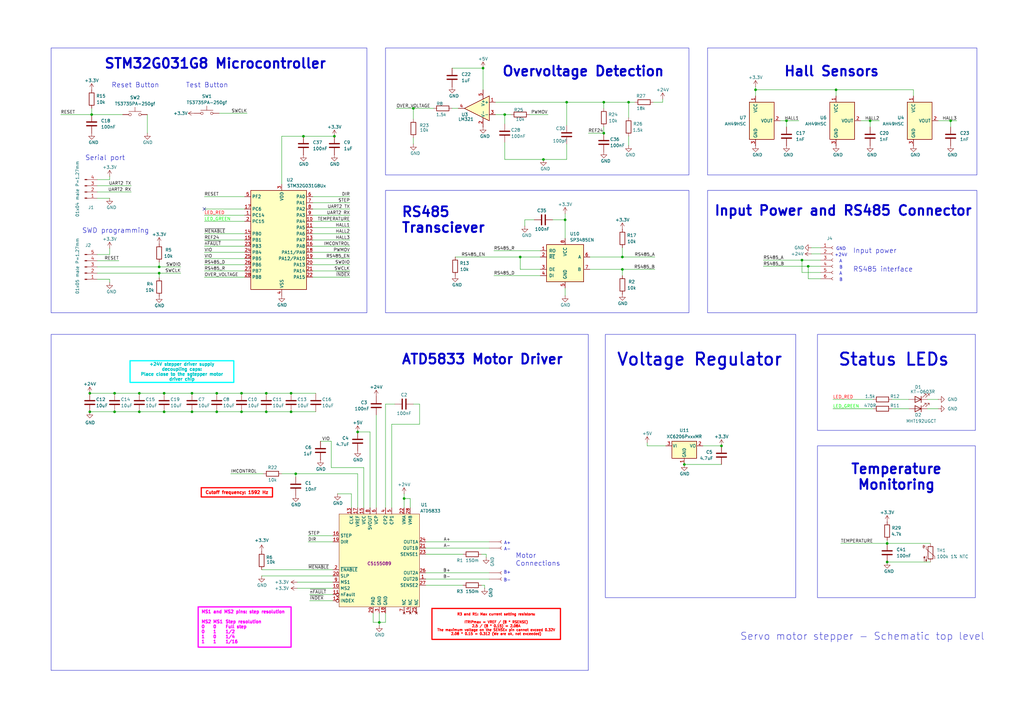
<source format=kicad_sch>
(kicad_sch (version 20231120) (generator "eeschema") (generator_version "8.0")
  (paper "A3")
  (title_block (title "Servo motor stepper M3 - Schematic top level") (date "2024-10-15") (rev "V11RC2"))
  (junction (at 165.735 204.47))
  (junction (at 57.15 161.29))
  (junction (at 37.592 46.99))
  (junction (at 119.38 168.91))
  (junction (at 46.99 161.29))
  (junction (at 389.89 49.53))
  (junction (at 213.36 105.41))
  (junction (at 65.278 112.014))
  (junction (at 169.545 44.45))
  (junction (at 124.46 55.88))
  (junction (at 65.278 109.474))
  (junction (at 67.31 161.29))
  (junction (at 247.65 41.91))
  (junction (at 255.27 110.49))
  (junction (at 46.99 168.91))
  (junction (at 67.31 168.91))
  (junction (at 232.41 41.91))
  (junction (at 137.16 55.88))
  (junction (at 198.12 27.94))
  (junction (at 363.855 230.505))
  (junction (at 99.06 168.91))
  (junction (at 295.91 182.88))
  (junction (at 109.22 161.29))
  (junction (at 119.38 161.29))
  (junction (at 78.74 161.29))
  (junction (at 36.83 168.91))
  (junction (at 99.06 161.29))
  (junction (at 121.285 194.31))
  (junction (at 309.88 36.83))
  (junction (at 322.58 49.53))
  (junction (at 222.885 65.405))
  (junction (at 57.15 168.91))
  (junction (at 257.81 41.91))
  (junction (at 363.855 222.885))
  (junction (at 342.9 36.83))
  (junction (at 247.65 54.61))
  (junction (at 231.775 90.17))
  (junction (at 155.575 255.27))
  (junction (at 331.47 109.22))
  (junction (at 255.27 105.41))
  (junction (at 36.83 161.29))
  (junction (at 146.685 177.165))
  (junction (at 88.9 168.91))
  (junction (at 109.22 168.91))
  (junction (at 88.9 161.29))
  (junction (at 78.74 168.91))
  (junction (at 328.93 106.68))
  (junction (at 356.87 49.53))
  (junction (at 207.01 46.99))
  (junction (at 280.67 190.5))
  (no_connect (at 83.82 85.725))
  (wire (pts (xy 172.085 165.735) (xy 169.545 165.735)))
  (wire (pts (xy 320.04 49.53) (xy 322.58 49.53)))
  (wire (pts (xy 271.78 41.91) (xy 267.97 41.91)))
  (wire (pts (xy 99.06 161.29) (xy 109.22 161.29)))
  (wire (pts (xy 186.69 105.41) (xy 213.36 105.41)))
  (wire (pts (xy 162.56 44.45) (xy 169.545 44.45)))
  (wire (pts (xy 380.365 163.83) (xy 384.81 163.83)))
  (wire (pts (xy 39.878 109.474) (xy 65.278 109.474)))
  (wire (pts (xy 332.74 104.14) (xy 336.55 104.14)))
  (wire (pts (xy 143.51 98.425) (xy 128.27 98.425)))
  (wire (pts (xy 143.51 106.045) (xy 128.27 106.045)))
  (wire (pts (xy 356.87 49.53) (xy 360.68 49.53)))
  (wire (pts (xy 143.51 90.805) (xy 128.27 90.805)))
  (wire (pts (xy 197.485 240.03) (xy 198.755 240.03)))
  (wire (pts (xy 83.82 108.585) (xy 100.33 108.585)))
  (wire (pts (xy 215.265 90.17) (xy 215.265 92.71)))
  (wire (pts (xy 165.735 204.47) (xy 165.735 208.28)))
  (wire (pts (xy 57.15 161.29) (xy 67.31 161.29)))
  (wire (pts (xy 37.592 46.99) (xy 50.292 46.99)))
  (wire (pts (xy 222.885 65.405) (xy 232.41 65.405)))
  (wire (pts (xy 143.51 80.645) (xy 128.27 80.645)))
  (wire (pts (xy 169.545 44.45) (xy 169.545 48.895)))
  (wire (pts (xy 143.51 103.505) (xy 128.27 103.505)))
  (wire (pts (xy 332.74 101.6) (xy 336.55 101.6)))
  (wire (pts (xy 39.878 78.74) (xy 53.848 78.74)))
  (wire (pts (xy 255.27 101.6) (xy 255.27 105.41)))
  (wire (pts (xy 255.27 105.41) (xy 268.605 105.41)))
  (wire (pts (xy 78.74 168.91) (xy 88.9 168.91)))
  (wire (pts (xy 169.545 44.45) (xy 177.8 44.45)))
  (wire (pts (xy 255.27 110.49) (xy 255.27 113.03)))
  (wire (pts (xy 144.145 208.28) (xy 144.145 202.565)))
  (wire (pts (xy 128.27 85.725) (xy 143.51 85.725)))
  (wire (pts (xy 39.878 104.394) (xy 44.958 104.394)))
  (wire (pts (xy 128.27 88.265) (xy 143.51 88.265)))
  (wire (pts (xy 143.51 95.885) (xy 128.27 95.885)))
  (wire (pts (xy 83.82 103.505) (xy 100.33 103.505)))
  (wire (pts (xy 374.65 39.37) (xy 374.65 36.83)))
  (wire (pts (xy 222.885 65.405) (xy 207.01 65.405)))
  (wire (pts (xy 174.625 240.03) (xy 189.865 240.03)))
  (wire (pts (xy 241.935 110.49) (xy 255.27 110.49)))
  (wire (pts (xy 389.89 49.53) (xy 389.89 52.07)))
  (wire (pts (xy 143.51 83.185) (xy 128.27 83.185)))
  (wire (pts (xy 109.22 168.91) (xy 119.38 168.91)))
  (wire (pts (xy 143.51 100.965) (xy 128.27 100.965)))
  (wire (pts (xy 353.06 49.53) (xy 356.87 49.53)))
  (wire (pts (xy 365.76 163.83) (xy 372.745 163.83)))
  (wire (pts (xy 57.15 168.91) (xy 67.31 168.91)))
  (wire (pts (xy 207.01 46.99) (xy 207.01 50.8)))
  (wire (pts (xy 158.115 165.735) (xy 158.115 208.28)))
  (wire (pts (xy 174.625 237.49) (xy 200.66 237.49)))
  (wire (pts (xy 126.365 219.71) (xy 136.525 219.71)))
  (wire (pts (xy 257.81 55.88) (xy 257.81 59.69)))
  (wire (pts (xy 213.36 105.41) (xy 221.615 105.41)))
  (wire (pts (xy 127 243.84) (xy 136.525 243.84)))
  (wire (pts (xy 363.855 222.885) (xy 381.635 222.885)))
  (wire (pts (xy 257.81 41.91) (xy 257.81 48.26)))
  (wire (pts (xy 380.365 167.64) (xy 384.81 167.64)))
  (wire (pts (xy 165.735 202.565) (xy 165.735 204.47)))
  (wire (pts (xy 161.925 165.735) (xy 158.115 165.735)))
  (wire (pts (xy 331.47 109.22) (xy 331.47 114.3)))
  (wire (pts (xy 313.055 109.22) (xy 331.47 109.22)))
  (wire (pts (xy 313.055 106.68) (xy 328.93 106.68)))
  (wire (pts (xy 202.565 102.87) (xy 221.615 102.87)))
  (wire (pts (xy 149.225 208.28) (xy 149.225 191.77)))
  (wire (pts (xy 121.92 241.3) (xy 136.525 241.3)))
  (wire (pts (xy 328.93 111.76) (xy 336.55 111.76)))
  (wire (pts (xy 207.01 58.42) (xy 207.01 65.405)))
  (wire (pts (xy 121.285 194.31) (xy 121.285 195.58)))
  (wire (pts (xy 231.775 90.17) (xy 231.775 97.79)))
  (wire (pts (xy 168.275 204.47) (xy 165.735 204.47)))
  (wire (pts (xy 126.365 222.25) (xy 136.525 222.25)))
  (wire (pts (xy 160.655 173.99) (xy 172.085 173.99)))
  (wire (pts (xy 154.305 170.18) (xy 154.305 208.28)))
  (wire (pts (xy 174.625 224.79) (xy 200.66 224.79)))
  (wire (pts (xy 39.878 73.66) (xy 44.958 73.66)))
  (wire (pts (xy 115.57 194.31) (xy 121.285 194.31)))
  (wire (pts (xy 143.51 108.585) (xy 128.27 108.585)))
  (wire (pts (xy 363.855 230.505) (xy 381.635 230.505)))
  (wire (pts (xy 39.878 81.28) (xy 44.958 81.28)))
  (wire (pts (xy 36.83 161.29) (xy 46.99 161.29)))
  (wire (pts (xy 328.93 106.68) (xy 328.93 111.76)))
  (wire (pts (xy 265.43 181.61) (xy 265.43 182.88)))
  (wire (pts (xy 199.39 227.33) (xy 199.39 228.6)))
  (wire (pts (xy 213.36 110.49) (xy 221.615 110.49)))
  (wire (pts (xy 83.82 100.965) (xy 100.33 100.965)))
  (wire (pts (xy 231.775 87.63) (xy 231.775 90.17)))
  (wire (pts (xy 143.51 93.345) (xy 128.27 93.345)))
  (wire (pts (xy 144.145 202.565) (xy 138.43 202.565)))
  (wire (pts (xy 65.278 107.569) (xy 65.278 109.474)))
  (wire (pts (xy 198.755 240.03) (xy 198.755 241.3)))
  (wire (pts (xy 203.2 41.91) (xy 232.41 41.91)))
  (wire (pts (xy 37.592 44.45) (xy 37.592 46.99)))
  (wire (pts (xy 389.89 49.53) (xy 392.43 49.53)))
  (wire (pts (xy 174.625 222.25) (xy 200.66 222.25)))
  (wire (pts (xy 265.43 182.88) (xy 273.05 182.88)))
  (wire (pts (xy 363.855 221.615) (xy 363.855 222.885)))
  (wire (pts (xy 232.41 51.435) (xy 232.41 41.91)))
  (wire (pts (xy 169.545 56.515) (xy 169.545 59.055)))
  (wire (pts (xy 44.958 114.554) (xy 44.958 115.824)))
  (wire (pts (xy 83.82 106.045) (xy 100.33 106.045)))
  (wire (pts (xy 65.278 112.014) (xy 74.168 112.014)))
  (wire (pts (xy 257.81 41.91) (xy 260.35 41.91)))
  (wire (pts (xy 226.695 90.17) (xy 231.775 90.17)))
  (wire (pts (xy 217.17 46.99) (xy 224.79 46.99)))
  (wire (pts (xy 168.275 208.28) (xy 168.275 204.47)))
  (wire (pts (xy 158.115 251.46) (xy 158.115 255.27)))
  (wire (pts (xy 88.9 161.29) (xy 99.06 161.29)))
  (wire (pts (xy 39.878 106.934) (xy 48.768 106.934)))
  (wire (pts (xy 203.2 46.99) (xy 207.01 46.99)))
  (wire (pts (xy 231.775 121.285) (xy 231.775 118.11)))
  (wire (pts (xy 83.82 90.805) (xy 100.33 90.805)))
  (wire (pts (xy 128.27 113.665) (xy 143.51 113.665)))
  (wire (pts (xy 155.575 251.46) (xy 155.575 255.27)))
  (wire (pts (xy 328.93 106.68) (xy 336.55 106.68)))
  (wire (pts (xy 322.58 49.53) (xy 322.58 52.07)))
  (wire (pts (xy 174.625 227.33) (xy 189.865 227.33)))
  (wire (pts (xy 60.452 46.99) (xy 60.452 54.61)))
  (wire (pts (xy 83.82 95.885) (xy 100.33 95.885)))
  (wire (pts (xy 39.878 112.014) (xy 65.278 112.014)))
  (wire (pts (xy 153.035 255.27) (xy 155.575 255.27)))
  (wire (pts (xy 94.615 194.31) (xy 107.95 194.31)))
  (wire (pts (xy 83.82 113.665) (xy 100.33 113.665)))
  (wire (pts (xy 127 246.38) (xy 136.525 246.38)))
  (wire (pts (xy 174.625 234.95) (xy 200.66 234.95)))
  (wire (pts (xy 219.075 90.17) (xy 215.265 90.17)))
  (wire (pts (xy 24.892 46.99) (xy 37.592 46.99)))
  (wire (pts (xy 99.06 168.91) (xy 109.22 168.91)))
  (wire (pts (xy 344.805 222.885) (xy 363.855 222.885)))
  (wire (pts (xy 155.575 255.27) (xy 155.575 256.54)))
  (wire (pts (xy 78.74 161.29) (xy 88.9 161.29)))
  (wire (pts (xy 232.41 65.405) (xy 232.41 59.055)))
  (wire (pts (xy 83.82 98.425) (xy 100.33 98.425)))
  (wire (pts (xy 65.278 113.919) (xy 65.278 112.014)))
  (wire (pts (xy 88.9 168.91) (xy 99.06 168.91)))
  (wire (pts (xy 342.9 39.37) (xy 342.9 36.83)))
  (wire (pts (xy 207.01 46.99) (xy 209.55 46.99)))
  (wire (pts (xy 374.65 36.83) (xy 342.9 36.83)))
  (wire (pts (xy 331.47 114.3) (xy 336.55 114.3)))
  (wire (pts (xy 44.958 104.394) (xy 44.958 101.854)))
  (wire (pts (xy 255.27 110.49) (xy 268.605 110.49)))
  (wire (pts (xy 115.57 75.565) (xy 115.57 55.88)))
  (wire (pts (xy 119.38 161.29) (xy 129.54 161.29)))
  (wire (pts (xy 213.36 105.41) (xy 213.36 110.49)))
  (wire (pts (xy 322.58 49.53) (xy 327.66 49.53)))
  (wire (pts (xy 39.878 76.2) (xy 53.848 76.2)))
  (wire (pts (xy 172.085 173.99) (xy 172.085 165.735)))
  (wire (pts (xy 65.278 109.474) (xy 74.168 109.474)))
  (wire (pts (xy 151.765 177.165) (xy 151.765 208.28)))
  (wire (pts (xy 185.42 44.45) (xy 187.96 44.45)))
  (wire (pts (xy 185.42 27.94) (xy 198.12 27.94)))
  (wire (pts (xy 107.315 236.22) (xy 136.525 236.22)))
  (wire (pts (xy 83.82 88.265) (xy 100.33 88.265)))
  (wire (pts (xy 158.115 255.27) (xy 155.575 255.27)))
  (wire (pts (xy 124.46 55.88) (xy 137.16 55.88)))
  (wire (pts (xy 107.315 233.68) (xy 136.525 233.68)))
  (wire (pts (xy 67.31 168.91) (xy 78.74 168.91)))
  (wire (pts (xy 89.916 46.482) (xy 101.346 46.482)))
  (wire (pts (xy 160.655 208.28) (xy 160.655 173.99)))
  (wire (pts (xy 46.99 168.91) (xy 57.15 168.91)))
  (wire (pts (xy 309.88 35.56) (xy 309.88 36.83)))
  (wire (pts (xy 271.78 40.64) (xy 271.78 41.91)))
  (wire (pts (xy 36.83 168.91) (xy 46.99 168.91)))
  (wire (pts (xy 39.878 114.554) (xy 44.958 114.554)))
  (wire (pts (xy 331.47 109.22) (xy 336.55 109.22)))
  (wire (pts (xy 135.89 191.77) (xy 149.225 191.77)))
  (wire (pts (xy 341.63 167.64) (xy 358.14 167.64)))
  (wire (pts (xy 44.958 73.66) (xy 44.958 72.39)))
  (wire (pts (xy 247.65 41.91) (xy 257.81 41.91)))
  (wire (pts (xy 241.935 105.41) (xy 255.27 105.41)))
  (wire (pts (xy 121.285 194.31) (xy 146.685 194.31)))
  (wire (pts (xy 288.29 182.88) (xy 295.91 182.88)))
  (wire (pts (xy 146.685 177.165) (xy 151.765 177.165)))
  (wire (pts (xy 146.685 208.28) (xy 146.685 194.31)))
  (wire (pts (xy 83.82 85.725) (xy 100.33 85.725)))
  (wire (pts (xy 109.22 161.29) (xy 119.38 161.29)))
  (wire (pts (xy 247.65 41.91) (xy 247.65 44.45)))
  (wire (pts (xy 197.485 227.33) (xy 199.39 227.33)))
  (wire (pts (xy 119.38 168.91) (xy 129.54 168.91)))
  (wire (pts (xy 198.12 27.94) (xy 198.12 36.83)))
  (wire (pts (xy 131.445 180.975) (xy 135.89 180.975)))
  (wire (pts (xy 247.65 52.07) (xy 247.65 54.61)))
  (wire (pts (xy 342.9 36.83) (xy 309.88 36.83)))
  (wire (pts (xy 309.88 36.83) (xy 309.88 39.37)))
  (wire (pts (xy 384.81 49.53) (xy 389.89 49.53)))
  (wire (pts (xy 83.82 111.125) (xy 100.33 111.125)))
  (wire (pts (xy 356.87 49.53) (xy 356.87 52.07)))
  (wire (pts (xy 280.67 190.5) (xy 295.91 190.5)))
  (wire (pts (xy 241.3 54.61) (xy 247.65 54.61)))
  (wire (pts (xy 365.76 167.64) (xy 372.745 167.64)))
  (wire (pts (xy 83.82 80.645) (xy 100.33 80.645)))
  (wire (pts (xy 115.57 55.88) (xy 124.46 55.88)))
  (wire (pts (xy 136.525 238.76) (xy 121.92 238.76)))
  (wire (pts (xy 46.99 161.29) (xy 57.15 161.29)))
  (wire (pts (xy 153.035 251.46) (xy 153.035 255.27)))
  (wire (pts (xy 341.63 163.83) (xy 358.14 163.83)))
  (wire (pts (xy 232.41 41.91) (xy 247.65 41.91)))
  (wire (pts (xy 202.565 113.03) (xy 221.615 113.03)))
  (wire (pts (xy 135.89 191.77) (xy 135.89 180.975)))
  (wire (pts (xy 67.31 161.29) (xy 78.74 161.29)))
  (wire (pts (xy 143.51 111.125) (xy 128.27 111.125)))
  (rectangle (start 248.285 137.16) (end 326.39 245.11))
  (rectangle (start 335.28 137.16) (end 400.05 176.53))
  (rectangle (start 20.955 137.16) (end 241.3 274.955))
  (rectangle (start 158.115 19.685) (end 282.575 71.755))
  (rectangle (start 290.195 19.685) (end 400.685 71.755))
  (rectangle (start 20.955 19.685) (end 150.495 128.27))
  (rectangle (start 158.115 78.105) (end 282.575 128.27))
  (rectangle (start 335.28 182.88) (end 400.05 245.11))
  (rectangle (start 290.195 78.105) (end 400.685 128.27))
  (text_box "Cutoff frequency: 1592 Hz\n" (at 82.55 200.025 0) (size 29.21 3.81) (stroke (width 0.5) (color 255 0 0 1)) (effects (font (size 1.27 1.27) (thickness 0.4) (bold yes))))
  (text_box "+24V stepper driver supply \ndecoupling caps:\nPlace close to the sgtepper motor driver chip" (at 53.34 147.955 0) (size 42.545 8.89) (stroke (width 0.5) (color 0 255 255 1)) (effects (font (size 1.27 1.27) (thickness 0.4) (bold yes))))
  (text_box "MS1 and MS2 pins: step resolution\n\nMS2	MS1	Step resolution\n0	0	Full step\n0	1	1/2\n1	0	1/4\n1	1	1/16\n" (at 81.28 248.92 0) (size 38.1 16.51) (stroke (width 0.5) (color 255 0 255 1)) (effects (font (size 1.27 1.27) (thickness 0.4) (bold yes)) (justify left top)))
  (text_box "${94df9340-9001-4abf-849e-0a57a0ae12d6:REFERENCE} and ${c2765680-53cb-47ff-a513-50fbdfe64cd0:REFERENCE}: Max current setting resistors:\n\nITRIPmax = VREF / (8 * RSENSE)\n2.5 / (8 * 0.15) = 2.08A\nThe maximum voltage on the SENSEx pin cannot exceed 0.32V\n2.08 * 0.15 = 0.312 (We are ok, not exceeded)" (at 177.165 249.555 0) (size 52.705 12.7) (stroke (width 0.5) (color 255 0 0 1)) (effects (font (size 1 1) (thickness 0.4) (bold yes))))
  (text "Reset Button" (at 45.72 36.195 0) (effects (font (size 2 2)) (justify left bottom)))
  (text "Test Button" (at 76.2 36.195 0) (effects (font (size 2 2)) (justify left bottom)))
  (text "B" (at 344.17 115.57 0) (effects (font (size 1.27 1.27)) (justify left bottom)))
  (text "+24V" (at 342.265 105.41 0) (effects (font (size 1.27 1.27)) (justify left bottom)))
  (text "SWD programming" (at 33.655 95.885 0) (effects (font (size 2 2)) (justify left bottom)))
  (text "Serial port" (at 34.925 66.04 0) (effects (font (size 2 2)) (justify left bottom)))
  (text "GND" (at 342.9 102.87 0) (effects (font (size 1.27 1.27)) (justify left bottom)))
  (text "RS485\nTransciever" (at 164.465 95.885 0) (effects (font (size 4 4) (thickness 0.8) (bold yes)) (justify left bottom)))
  (text "Input power" (at 349.885 104.14 0) (effects (font (size 2 2)) (justify left bottom)))
  (text "B" (at 344.17 110.49 0) (effects (font (size 1.27 1.27)) (justify left bottom)))
  (text "A+" (at 209.55 223.52 0) (effects (font (size 1.27 1.27)) (justify right bottom)))
  (text "Status LEDs" (at 343.535 150.495 0) (effects (font (size 5 5) (thickness 0.8) (bold yes)) (justify left bottom)))
  (text "Overvoltage Detection" (at 205.74 31.75 0) (effects (font (size 4 4) (thickness 0.8) (bold yes)) (justify left bottom)))
  (text "Voltage Regulator" (at 252.73 150.495 0) (effects (font (size 5 5) (thickness 0.8) (bold yes)) (justify left bottom)))
  (text "A" (at 344.17 107.95 0) (effects (font (size 1.27 1.27)) (justify left bottom)))
  (text "Input Power and RS485 Connector" (at 292.735 88.9 0) (effects (font (size 4 4) (thickness 0.8) (bold yes)) (justify left bottom)))
  (text "A" (at 344.17 113.03 0) (effects (font (size 1.27 1.27)) (justify left bottom)))
  (text "RS485 interface" (at 349.885 111.76 0) (effects (font (size 2 2)) (justify left bottom)))
  (text "Temperature\nMonitoring" (at 367.665 201.295 0) (effects (font (size 4 4) (thickness 0.8) (bold yes)) (justify bottom)))
  (text "B+" (at 209.55 235.585 0) (effects (font (size 1.27 1.27)) (justify right bottom)))
  (text "Servo motor stepper - Schematic top level" (at 303.53 262.89 0) (effects (font (size 3 3)) (justify left bottom)))
  (text "STM32G031G8 Microcontroller" (at 42.545 28.575 0) (effects (font (size 4 4) (thickness 0.8) (bold yes)) (justify left bottom)))
  (text "A-" (at 209.55 226.06 0) (effects (font (size 1.27 1.27)) (justify right bottom)))
  (text "B-" (at 209.55 238.76 0) (effects (font (size 1.27 1.27)) (justify right bottom)))
  (text "ATD5833 Motor Driver" (at 164.465 149.86 0) (effects (font (size 4 4) (thickness 0.8) (bold yes)) (justify left bottom)))
  (text "Hall Sensors" (at 321.31 31.75 0) (effects (font (size 4 4) (thickness 0.8) (bold yes)) (justify left bottom)))
  (text "Motor\nConnections" (at 211.455 232.41 0) (effects (font (size 2 2)) (justify left bottom)))
  (label "DIR" (at 126.365 222.25 0))
  (label "RESET" (at 48.768 106.934 180))
  (label "A+" (at 184.785 222.25 180))
  (label "RS485_EN" (at 143.51 106.045 180))
  (label "~{INDEX}" (at 127 246.38 0))
  (label "~{MENABLE}" (at 83.82 95.885 0))
  (label "SWCLK" (at 74.168 112.014 180))
  (label "OVER_VOLTAGE" (at 83.82 113.665 0))
  (label "HALL2" (at 360.68 49.53 180))
  (label "B+" (at 184.785 234.95 180))
  (label "REF24" (at 241.3 54.61 0))
  (label "RS485_R" (at 202.565 102.87 0))
  (label "RS485_EN" (at 189.23 105.41 0))
  (label "DIR" (at 143.51 80.645 180))
  (label "VIO" (at 83.82 106.045 0))
  (label "B-" (at 184.785 237.49 180))
  (label "LED_GREEN" (at 83.82 90.805 0))
  (label "~{MENABLE}" (at 126.365 233.68 0))
  (label "RS485_B" (at 313.055 109.22 0))
  (label "VIO" (at 83.82 103.505 0))
  (label "SWCLK" (at 143.51 111.125 180))
  (label "STEP" (at 126.365 219.71 0))
  (label "RS485_A" (at 313.055 106.68 0))
  (label "PWMOV" (at 217.805 46.99 0))
  (label "UART2 RX" (at 53.848 78.74 180))
  (label "RESET" (at 24.892 46.99 0))
  (label "PWMOV" (at 143.51 103.505 180))
  (label "RS485_A" (at 268.605 105.41 180))
  (label "HALL2" (at 143.51 95.885 180))
  (label "~{INDEX}" (at 137.795 113.665 0))
  (label "LED_RED" (at 83.82 88.265 0))
  (label "RESET" (at 83.82 80.645 0))
  (label "OVER_VOLTAGE" (at 162.56 44.45 0))
  (label "RS485_D" (at 202.565 113.03 0))
  (label "HALL3" (at 143.51 98.425 180))
  (label "LED_RED" (at 341.63 163.83 0))
  (label "LED_GREEN" (at 341.63 167.64 0))
  (label "SWCLK" (at 101.346 46.482 180))
  (label "REF24" (at 83.82 98.425 0))
  (label "IMCONTROL" (at 143.51 100.965 180))
  (label "RS485_R" (at 83.82 111.125 0))
  (label "UART2 TX" (at 143.51 85.725 180))
  (label "~{nFAULT}" (at 83.82 100.965 0))
  (label "SWDIO" (at 74.168 109.474 180))
  (label "UART2 TX" (at 53.848 76.2 180))
  (label "HALL1" (at 143.51 93.345 180))
  (label "TEMPERATURE" (at 344.805 222.885 0))
  (label "RS485_B" (at 268.605 110.49 180))
  (label "HALL3" (at 392.43 49.53 180))
  (label "UART2 RX" (at 143.51 88.265 180))
  (label "VIO" (at 132.08 180.975 0))
  (label "TEMPERATURE" (at 143.51 90.805 180))
  (label "~{nFAULT}" (at 127 243.84 0))
  (label "IMCONTROL" (at 94.615 194.31 0))
  (label "SWDIO" (at 143.51 108.585 180))
  (label "HALL1" (at 327.66 49.53 180))
  (label "STEP" (at 143.51 83.185 180))
  (label "A-" (at 184.785 224.79 180))
  (label "RS485_D" (at 83.82 108.585 0))
  (symbol (lib_id "power:GND") (at 107.315 236.22 0) (unit 1)
    (property "Reference" "#PWR016" (effects (hide yes)))
    (property "Value" "GND" (at 105.41 240.03 0) (effects (justify left)))
  )
  (symbol (lib_id "power:GND") (at 363.855 230.505 0) (unit 1)
    (property "Reference" "#PWR071" (effects (hide yes)))
    (property "Value" "GND" (at 362.585 234.315 0) (effects (justify left)))
  )
  (symbol (lib_id "power:+3.3V") (at 309.88 35.56 0) (unit 1)
    (property "Reference" "#PWR028" (effects (hide yes)))
    (property "Value" "+3.3V" (at 309.88 31.75 0))
  )
  (symbol (lib_id "power:+3.3V") (at 231.775 87.63 0) (unit 1)
    (property "Reference" "#PWR033" (effects (hide yes)))
    (property "Value" "+3.3V" (at 231.775 83.82 0))
  )
  (symbol (lib_id "power:GND") (at 356.87 59.69 0) (unit 1)
    (property "Reference" "#PWR0105" (effects (hide yes)))
    (property "Value" "GND" (at 355.6 63.5 0) (effects (justify left)))
  )
  (symbol (lib_id "Device:C") (at 37.592 50.8 0) (unit 1)
    (property "Reference" "C18" (at 41.402 49.5299 0) (effects (justify left)))
    (property "Value" "100nF" (at 41.402 52.0699 0) (effects (justify left)))
    (property "Footprint" "Capacitor_SMD:C_0402_1005Metric" (effects (hide yes)))
    (property "LCSC" "C307331" (effects (hide yes)))
  )
  (symbol (lib_id "Device:LED") (at 376.555 163.83 180) (unit 1)
    (property "Reference" "D1" (at 376.555 158.75 0))
    (property "Value" "KT-0603R" (at 378.46 160.655 0))
    (property "Footprint" "LED_SMD:LED_0603_1608Metric" (effects (hide yes)))
    (property "Description" "Light emitting diode" (effects (hide yes)))
    (property "LCSC" "C2286" (effects (hide yes)))
  )
  (symbol (lib_id "power:+3.3V") (at 137.16 55.88 0) (unit 1)
    (property "Reference" "#PWR07" (effects (hide yes)))
    (property "Value" "+3.3V" (at 137.16 52.07 0))
  )
  (symbol (lib_id "power:+3.3V") (at 295.91 182.88 0) (unit 1)
    (property "Reference" "#PWR060" (effects (hide yes)))
    (property "Value" "+3.3V" (at 295.91 179.07 0))
  )
  (symbol (lib_id "Sensor_Magnetic:A1101ELHL") (at 312.42 49.53 0) (unit 1) (exclude_from_sim yes)
    (property "Reference" "U7" (at 306.07 48.2599 0) (effects (justify right)))
    (property "Value" "AH49HSC" (at 306.07 50.7999 0) (effects (justify right)))
    (property "Footprint" "Package_TO_SOT_SMD:SOT-23" (effects (hide yes)))
    (property "LCSC" "C510723" (effects (hide yes)))
  )
  (symbol (lib_id "Device:C") (at 99.06 165.1 0) (unit 1)
    (property "Reference" "C10" (at 101.6 163.83 0) (effects (justify left)))
    (property "Value" "10uF" (at 101.6 166.37 0) (effects (justify left)))
    (property "Footprint" "Capacitor_SMD:C_0603_1608Metric" (effects (hide yes)))
    (property "LCSC" "C194427" (effects (hide yes)))
  )
  (symbol (lib_id "Amplifier_Operational:LM321") (at 195.58 44.45 0) (mirror y) (unit 1) (exclude_from_sim yes)
    (property "Reference" "U3" (at 189.23 46.99 0) (effects (justify right)))
    (property "Value" "LM321" (at 187.96 48.895 0) (effects (justify right)))
    (property "Footprint" "Package_TO_SOT_SMD:SOT-23-5" (effects (hide yes)))
    (property "Datasheet" "https://www.lcsc.com/datasheet/lcsc_datasheet_2401051805_HANSCHIP-semiconductor-LM321MF_C19723728.pdf" (effects (hide yes)))
    (property "LCSC" "C19723728" (effects (hide yes)))
  )
  (symbol (lib_id "power:GND") (at 322.58 59.69 0) (unit 1)
    (property "Reference" "#PWR0110" (effects (hide yes)))
    (property "Value" "GND" (at 321.31 63.5 0) (effects (justify left)))
  )
  (symbol (lib_id "power:GND") (at 309.88 59.69 0) (unit 1)
    (property "Reference" "#PWR0108" (effects (hide yes)))
    (property "Value" "GND" (at 308.61 63.5 0) (effects (justify left)))
  )
  (symbol (lib_id "power:GND") (at 384.81 163.83 90) (unit 1)
    (property "Reference" "#PWR030" (effects (hide yes)))
    (property "Value" "GND" (at 388.62 163.8299 90) (effects (justify right)))
  )
  (symbol (lib_id "Device:R") (at 111.76 194.31 90) (unit 1)
    (property "Reference" "R22" (at 111.76 191.77 90))
    (property "Value" "10k" (at 111.76 196.85 90))
    (property "Footprint" "Resistor_SMD:R_0402_1005Metric" (effects (hide yes)))
    (property "LCSC" "C25744" (effects (hide yes)))
  )
  (symbol (lib_id "Sensor_Magnetic:A1101ELHL") (at 377.19 49.53 0) (unit 1) (exclude_from_sim yes)
    (property "Reference" "U4" (at 370.84 48.2599 0) (effects (justify right)))
    (property "Value" "AH49HSC" (at 370.84 50.7999 0) (effects (justify right)))
    (property "Footprint" "Package_TO_SOT_SMD:SOT-23" (effects (hide yes)))
    (property "LCSC" "C510723" (effects (hide yes)))
  )
  (symbol (lib_id "power:GND") (at 121.285 203.2 0) (unit 1)
    (property "Reference" "#PWR038" (effects (hide yes)))
    (property "Value" "GND" (at 119.38 207.01 0) (effects (justify left)))
  )
  (symbol (lib_id "power:+3.3V") (at 37.592 36.83 0) (unit 1)
    (property "Reference" "#PWR035" (effects (hide yes)))
    (property "Value" "+3.3V" (at 37.592 33.02 0))
  )
  (symbol (lib_id "Device:C") (at 119.38 165.1 0) (unit 1)
    (property "Reference" "C13" (at 121.92 163.83 0) (effects (justify left)))
    (property "Value" "10uF" (at 121.92 166.37 0) (effects (justify left)))
    (property "Footprint" "Capacitor_SMD:C_0603_1608Metric" (effects (hide yes)))
    (property "LCSC" "C194427" (effects (hide yes)))
  )
  (symbol (lib_id "power:GND") (at 255.27 120.65 0) (unit 1)
    (property "Reference" "#PWR018" (effects (hide yes)))
    (property "Value" "GND" (at 253.365 124.46 0) (effects (justify left)))
  )
  (symbol (lib_id "power:GND") (at 65.278 121.539 0) (unit 1)
    (property "Reference" "#PWR09" (effects (hide yes)))
    (property "Value" "GND" (at 63.373 125.349 0) (effects (justify left)))
  )
  (symbol (lib_id "Device:R") (at 181.61 44.45 90) (unit 1)
    (property "Reference" "R8" (at 180.34 42.545 90))
    (property "Value" "1.5k" (at 180.975 46.99 90))
    (property "Footprint" "Resistor_SMD:R_0402_1005Metric" (effects (hide yes)))
    (property "LCSC" "C25867" (effects (hide yes)))
  )
  (symbol (lib_id "power:GND") (at 222.885 65.405 0) (unit 1)
    (property "Reference" "#PWR058" (effects (hide yes)))
    (property "Value" "GND" (at 221.615 69.215 0) (effects (justify left)))
  )
  (symbol (lib_id "servo_motor:ATD5833") (at 155.575 231.14 0) (unit 1)
    (property "Reference" "U1" (at 173.99 207.01 0))
    (property "Value" "ATD5833" (at 176.53 209.55 0))
    (property "Footprint" "Package_DFN_QFN:QFN-28-1EP_5x5mm_P0.5mm_EP3.75x3.75mm_ThermalVias" (effects (hide yes)))
    (property "LCSC" "C5155089" (at 155.575 231.14 0))
  )
  (symbol (lib_id "power:+3.3V") (at 121.92 241.3 90) (unit 1)
    (property "Reference" "#PWR043" (effects (hide yes)))
    (property "Value" "+3.3V" (at 115.57 241.3 90))
  )
  (symbol (lib_id "power:GND") (at 185.42 35.56 0) (unit 1)
    (property "Reference" "#PWR044" (effects (hide yes)))
    (property "Value" "GND" (at 184.15 39.37 0) (effects (justify left)))
  )
  (symbol (lib_id "Device:R") (at 255.27 116.84 180) (unit 1)
    (property "Reference" "R2" (at 259.08 115.57 0))
    (property "Value" "10k" (at 259.08 118.11 0))
    (property "Footprint" "Resistor_SMD:R_0402_1005Metric" (effects (hide yes)))
    (property "LCSC" "C25744" (effects (hide yes)))
  )
  (symbol (lib_id "power:GND") (at 44.958 115.824 0) (unit 1)
    (property "Reference" "#PWR05" (effects (hide yes)))
    (property "Value" "GND" (at 43.688 119.634 0) (effects (justify left)))
  )
  (symbol (lib_id "Device:C") (at 185.42 31.75 0) (unit 1)
    (property "Reference" "C22" (at 189.23 30.4799 0) (effects (justify left)))
    (property "Value" "1uF" (at 189.23 33.0199 0) (effects (justify left)))
    (property "Footprint" "Capacitor_SMD:C_0402_1005Metric" (effects (hide yes)))
    (property "LCSC" "C52923" (effects (hide yes)))
  )
  (symbol (lib_id "power:GND") (at 169.545 59.055 0) (unit 1)
    (property "Reference" "#PWR049" (effects (hide yes)))
    (property "Value" "GND" (at 168.275 62.865 0) (effects (justify left)))
  )
  (symbol (lib_id "power:GND") (at 115.57 121.285 0) (unit 1)
    (property "Reference" "#PWR029" (effects (hide yes)))
    (property "Value" "GND" (at 113.665 125.095 0) (effects (justify left)))
  )
  (symbol (lib_id "Device:R") (at 169.545 52.705 180) (unit 1)
    (property "Reference" "R23" (at 173.99 51.435 0))
    (property "Value" "10k" (at 173.99 53.34 0))
    (property "Footprint" "Resistor_SMD:R_0402_1005Metric" (effects (hide yes)))
    (property "LCSC" "C25744" (effects (hide yes)))
  )
  (symbol (lib_id "power:GND") (at 137.16 63.5 0) (unit 1)
    (property "Reference" "#PWR021" (effects (hide yes)))
    (property "Value" "GND" (at 135.255 67.31 0) (effects (justify left)))
  )
  (symbol (lib_id "Device:C") (at 295.91 186.69 0) (unit 1)
    (property "Reference" "C5" (at 289.56 185.42 0) (effects (justify left)))
    (property "Value" "4.7uF" (at 287.02 187.96 0) (effects (justify left)))
    (property "Footprint" "Capacitor_SMD:C_0402_1005Metric" (effects (hide yes)))
    (property "LCSC" "C23733" (effects (hide yes)))
  )
  (symbol (lib_id "power:+3.3V") (at 121.92 238.76 90) (unit 1)
    (property "Reference" "#PWR045" (effects (hide yes)))
    (property "Value" "+3.3V" (at 115.57 238.76 90))
  )
  (symbol (lib_id "Device:R") (at 361.95 167.64 90) (unit 1)
    (property "Reference" "R11" (at 367.03 166.37 90))
    (property "Value" "470R" (at 356.87 166.37 90))
    (property "Footprint" "Resistor_SMD:R_0402_1005Metric" (effects (hide yes)))
    (property "LCSC" "C25117" (effects (hide yes)))
  )
  (symbol (lib_id "power:GND") (at 37.592 54.61 0) (unit 1)
    (property "Reference" "#PWR036" (effects (hide yes)))
    (property "Value" "GND" (at 36.322 58.42 0) (effects (justify left)))
  )
  (symbol (lib_id "Device:C") (at 131.445 184.785 0) (unit 1)
    (property "Reference" "C6" (at 125.095 183.515 0) (effects (justify left)))
    (property "Value" "1uF" (at 124.46 186.055 0) (effects (justify left)))
    (property "Footprint" "Capacitor_SMD:C_0402_1005Metric" (effects (hide yes)))
    (property "Description" "25V 1uF X5R ±10% 0402 Multilayer Ceramic Capacitors MLCC - SMD/SMT ROHS" (effects (hide yes)))
    (property "LCSC" "C52923" (effects (hide yes)))
  )
  (symbol (lib_id "power:GND") (at 60.452 54.61 0) (unit 1)
    (property "Reference" "#PWR039" (effects (hide yes)))
    (property "Value" "GND" (at 58.547 58.42 0) (effects (justify left)))
  )
  (symbol (lib_id "MCU_ST_STM32G0:STM32G031G8Ux") (at 113.03 98.425 0) (unit 1)
    (property "Reference" "U2" (at 117.5101 73.787 0) (effects (justify left)))
    (property "Value" "STM32G031G8Ux" (at 117.7641 76.2 0) (effects (justify left)))
    (property "Footprint" "Package_DFN_QFN:QFN-28_4x4mm_P0.5mm" (effects (hide yes)))
    (property "Datasheet" "https://www.st.com/resource/en/datasheet/stm32g031g8.pdf" (effects (hide yes)))
    (property "Description" "STMicroelectronics Arm Cortex-M0+ MCU, 64KB flash, 8KB RAM, 64 MHz, 1.7-3.6V, 26 GPIO, UFQFPN28" (effects (hide yes)))
    (property "LCSC" "C432211" (effects (hide yes)))
  )
  (symbol (lib_id "power:GND") (at 124.46 63.5 0) (unit 1)
    (property "Reference" "#PWR027" (effects (hide yes)))
    (property "Value" "GND" (at 122.555 67.31 0) (effects (justify left)))
  )
  (symbol (lib_name "Conn_01x01_Socket_2") (lib_id "Connector:Conn_01x01_Socket") (at 205.74 237.49 0) (unit 1) (in_bom no)
    (property "Reference" "J8" (effects (hide yes)))
    (property "Value" "Conn_01x01_Socket" (effects (hide yes)))
    (property "Footprint" "servo_motor:Pad_3mm_TopOnly" (effects (hide yes)))
  )
  (symbol (lib_id "Device:C") (at 36.83 165.1 0) (unit 1)
    (property "Reference" "C12" (at 39.37 163.83 0) (effects (justify left)))
    (property "Value" "10uF" (at 39.37 166.37 0) (effects (justify left)))
    (property "Footprint" "Capacitor_SMD:C_0603_1608Metric" (effects (hide yes)))
    (property "LCSC" "C194427" (effects (hide yes)))
  )
  (symbol (lib_id "Device:C") (at 154.305 166.37 0) (unit 1)
    (property "Reference" "C3" (at 147.955 165.1 0) (effects (justify left)))
    (property "Value" "100nF" (at 145.415 167.64 0) (effects (justify left)))
    (property "Footprint" "Capacitor_SMD:C_0402_1005Metric" (effects (hide yes)))
    (property "LCSC" "C307331" (effects (hide yes)))
  )
  (symbol (lib_id "power:GND") (at 36.83 168.91 0) (unit 1)
    (property "Reference" "#PWR032" (effects (hide yes)))
    (property "Value" "GND" (at 34.925 173.355 0) (effects (justify left)))
  )
  (symbol (lib_id "Device:C") (at 247.65 58.42 0) (unit 1)
    (property "Reference" "C36" (at 250.19 57.15 0) (effects (justify left)))
    (property "Value" "100nF" (at 250.19 59.69 0) (effects (justify left)))
    (property "Footprint" "Capacitor_SMD:C_0402_1005Metric" (effects (hide yes)))
    (property "LCSC" "C307331" (effects (hide yes)))
  )
  (symbol (lib_id "Device:R") (at 107.315 229.87 180) (unit 1)
    (property "Reference" "R6" (at 110.49 228.6 0))
    (property "Value" "10k" (at 111.125 230.505 0))
    (property "Footprint" "Resistor_SMD:R_0402_1005Metric" (effects (hide yes)))
    (property "LCSC" "C25744" (effects (hide yes)))
  )
  (symbol (lib_id "power:GND") (at 146.685 184.785 0) (unit 1)
    (property "Reference" "#PWR013" (effects (hide yes)))
    (property "Value" "GND" (at 144.78 188.595 0) (effects (justify left)))
  )
  (symbol (lib_id "power:GND") (at 155.575 256.54 0) (unit 1)
    (property "Reference" "#PWR012" (effects (hide yes)))
    (property "Value" "GND" (at 153.67 260.35 0) (effects (justify left)))
  )
  (symbol (lib_id "Device:C") (at 222.885 90.17 90) (unit 1)
    (property "Reference" "C35" (at 224.155 86.36 90) (effects (justify left)))
    (property "Value" "100nF" (at 225.425 93.98 90) (effects (justify left)))
    (property "Footprint" "Capacitor_SMD:C_0402_1005Metric" (effects (hide yes)))
    (property "LCSC" "C307331" (effects (hide yes)))
  )
  (symbol (lib_id "power:+10V") (at 198.12 27.94 0) (unit 1)
    (property "Reference" "#PWR050" (effects (hide yes)))
    (property "Value" "+5V" (at 198.12 24.13 0))
  )
  (symbol (lib_id "power:GND") (at 389.89 59.69 0) (unit 1)
    (property "Reference" "#PWR0106" (effects (hide yes)))
    (property "Value" "GND" (at 388.62 63.5 0) (effects (justify left)))
  )
  (symbol (lib_id "Device:R") (at 361.95 163.83 90) (unit 1)
    (property "Reference" "R12" (at 367.03 162.56 90))
    (property "Value" "1.5k" (at 356.87 162.56 90))
    (property "Footprint" "Resistor_SMD:R_0402_1005Metric" (effects (hide yes)))
    (property "LCSC" "C25867" (effects (hide yes)))
  )
  (symbol (lib_id "Connector:Conn_01x04_Pin") (at 34.798 78.74 0) (mirror x) (unit 1) (in_bom no)
    (property "Reference" "J1" (at 37.338 85.09 0))
    (property "Value" "01x04 male P=1.27mm" (at 31.75 77.47 90))
    (property "Footprint" "Connector_PinHeader_1.27mm:PinHeader_1x04_P1.27mm_Vertical" (effects (hide yes)))
  )
  (symbol (lib_id "power:GND") (at 332.74 101.6 270) (mirror x) (unit 1)
    (property "Reference" "#PWR020" (effects (hide yes)))
    (property "Value" "GND" (at 325.755 101.6 90) (effects (justify left)))
  )
  (symbol (lib_id "Device:R") (at 264.16 41.91 270) (unit 1)
    (property "Reference" "R27" (at 262.89 39.37 90))
    (property "Value" "18k" (at 262.89 44.45 90))
    (property "Footprint" "Resistor_SMD:R_0603_1608Metric" (effects (hide yes)))
    (property "Description" "100mW Thick Film Resistors 75V ±100ppm/℃ ±1% 18kΩ 0603 Chip Resistor - Surface Mount ROHS" (effects (hide yes)))
    (property "LCSC" "C25810" (effects (hide yes)))
  )
  (symbol (lib_id "power:+3.3V") (at 44.958 72.39 0) (unit 1)
    (property "Reference" "#PWR02" (effects (hide yes)))
    (property "Value" "+3.3V" (at 44.958 68.58 0))
  )
  (symbol (lib_id "Connector:Conn_01x06_Socket") (at 341.63 106.68 0) (unit 1)
    (property "Reference" "J4" (at 339.09 97.79 0) (effects (justify left)))
    (property "Value" "Conn_01x06_Socket" (effects (hide yes)))
    (property "Footprint" "Connector_PinSocket_2.00mm:PinSocket_1x06_P2.00mm_Vertical" (effects (hide yes)))
  )
  (symbol (lib_id "power:+3.3V") (at 65.278 99.949 0) (unit 1)
    (property "Reference" "#PWR010" (effects (hide yes)))
    (property "Value" "+3.3V" (at 65.278 96.139 0))
  )
  (symbol (lib_id "power:+24V") (at 154.305 162.56 0) (unit 1)
    (property "Reference" "#PWR011" (effects (hide yes)))
    (property "Value" "+24V" (at 154.305 158.75 0))
  )
  (symbol (lib_id "Device:R") (at 65.278 117.729 180) (unit 1)
    (property "Reference" "R4" (at 61.468 116.459 0))
    (property "Value" "10k" (at 61.468 118.999 0))
    (property "Footprint" "Resistor_SMD:R_0402_1005Metric" (effects (hide yes)))
    (property "LCSC" "C25744" (effects (hide yes)))
  )
  (symbol (lib_name "Conn_01x01_Socket_3") (lib_id "Connector:Conn_01x01_Socket") (at 205.74 222.25 0) (unit 1) (in_bom no)
    (property "Reference" "J3" (effects (hide yes)))
    (property "Value" "Conn_01x01_Socket" (effects (hide yes)))
    (property "Footprint" "servo_motor:Pad_3mm_TopOnly" (effects (hide yes)))
  )
  (symbol (lib_id "power:GND") (at 384.81 167.64 90) (unit 1)
    (property "Reference" "#PWR031" (effects (hide yes)))
    (property "Value" "GND" (at 388.62 167.6399 90) (effects (justify right)))
  )
  (symbol (lib_id "Interface_UART:SP3485EN") (at 231.775 107.95 0) (unit 1)
    (property "Reference" "U10" (at 233.7309 95.885 0) (effects (justify left)))
    (property "Value" "SP3485EN" (at 233.7309 98.425 0) (effects (justify left)))
    (property "Footprint" "Package_SO:SOIC-8_3.9x4.9mm_P1.27mm" (effects (hide yes)))
    (property "Datasheet" "http://www.icbase.com/pdf/SPX/SPX00480106.pdf" (effects (hide yes)))
    (property "LCSC" "C8963" (effects (hide yes)))
  )
  (symbol (lib_id "Device:Thermistor_NTC") (at 381.635 226.695 0) (unit 1) (exclude_from_sim yes)
    (property "Reference" "TH1" (at 384.175 225.7424 0) (effects (justify left)))
    (property "Value" "100k 1% NTC" (at 384.175 228.2824 0) (effects (justify left)))
    (property "Footprint" "Resistor_SMD:R_0402_1005Metric" (effects (hide yes)))
    (property "LCSC" "C236279" (effects (hide yes)))
  )
  (symbol (lib_id "power:GND") (at 342.9 59.69 0) (unit 1)
    (property "Reference" "#PWR0107" (effects (hide yes)))
    (property "Value" "GND" (at 341.63 63.5 0) (effects (justify left)))
  )
  (symbol (lib_id "Device:C") (at 57.15 165.1 0) (unit 1)
    (property "Reference" "C15" (at 59.69 163.83 0) (effects (justify left)))
    (property "Value" "10uF" (at 59.69 166.37 0) (effects (justify left)))
    (property "Footprint" "Capacitor_SMD:C_0603_1608Metric" (effects (hide yes)))
    (property "LCSC" "C194427" (effects (hide yes)))
  )
  (symbol (lib_id "power:GND") (at 231.775 121.285 0) (unit 1)
    (property "Reference" "#PWR034" (effects (hide yes)))
    (property "Value" "GND" (at 229.87 125.095 0) (effects (justify left)))
  )
  (symbol (lib_id "Device:R") (at 193.675 240.03 270) (unit 1)
    (property "Reference" "R3" (at 188.595 242.57 90))
    (property "Value" "150m" (at 193.675 242.57 90))
    (property "Footprint" "Resistor_SMD:R_2010_5025Metric" (effects (hide yes)))
    (property "LCSC" "C421741" (effects (hide yes)))
  )
  (symbol (lib_id "power:+24V") (at 165.735 202.565 0) (unit 1)
    (property "Reference" "#PWR08" (effects (hide yes)))
    (property "Value" "+24V" (at 165.735 198.755 0))
  )
  (symbol (lib_id "power:+3.3V") (at 363.855 213.995 0) (unit 1)
    (property "Reference" "#PWR070" (effects (hide yes)))
    (property "Value" "+3.3V" (at 363.855 210.185 0))
  )
  (symbol (lib_name "Conn_01x01_Socket_1") (lib_id "Connector:Conn_01x01_Socket") (at 205.74 224.79 0) (unit 1) (in_bom no)
    (property "Reference" "J6" (effects (hide yes)))
    (property "Value" "Conn_01x01_Socket" (effects (hide yes)))
    (property "Footprint" "servo_motor:Pad_3mm_TopOnly" (effects (hide yes)))
  )
  (symbol (lib_id "Connector:Conn_01x05_Pin") (at 34.798 109.474 0) (mirror x) (unit 1) (in_bom no)
    (property "Reference" "J2" (at 37.338 100.584 0) (effects (justify right)))
    (property "Value" "01x05 male P=1.27mm" (at 31.75 120.65 90) (effects (justify right)))
    (property "Footprint" "Connector_PinHeader_1.27mm:PinHeader_1x05_P1.27mm_Vertical" (effects (hide yes)))
  )
  (symbol (lib_id "Device:C") (at 109.22 165.1 0) (unit 1)
    (property "Reference" "C11" (at 111.76 163.83 0) (effects (justify left)))
    (property "Value" "10uF" (at 111.76 166.37 0) (effects (justify left)))
    (property "Footprint" "Capacitor_SMD:C_0603_1608Metric" (effects (hide yes)))
    (property "LCSC" "C194427" (effects (hide yes)))
  )
  (symbol (lib_id "Device:C") (at 121.285 199.39 0) (unit 1)
    (property "Reference" "C1" (at 125.095 198.1199 0) (effects (justify left)))
    (property "Value" "10nF" (at 125.095 200.6599 0) (effects (justify left)))
    (property "Footprint" "Capacitor_SMD:C_0402_1005Metric" (effects (hide yes)))
    (property "LCSC" "C15195" (effects (hide yes)))
  )
  (symbol (lib_id "Device:C") (at 356.87 55.88 0) (unit 1)
    (property "Reference" "C20" (at 360.68 54.6099 0) (effects (justify left)))
    (property "Value" "1nF" (at 360.68 57.1499 0) (effects (justify left)))
    (property "Footprint" "Capacitor_SMD:C_0402_1005Metric" (effects (hide yes)))
    (property "LCSC" "C1523" (effects (hide yes)))
  )
  (symbol (lib_id "power:GND") (at 198.755 241.3 0) (unit 1)
    (property "Reference" "#PWR015" (effects (hide yes)))
    (property "Value" "GND" (at 201.295 245.11 90) (effects (justify left)))
  )
  (symbol (lib_id "Device:R") (at 257.81 52.07 0) (unit 1)
    (property "Reference" "R26" (at 261.62 50.8 0))
    (property "Value" "1.5k" (at 261.62 53.34 0))
    (property "Footprint" "Resistor_SMD:R_0402_1005Metric" (effects (hide yes)))
    (property "LCSC" "C25867" (effects (hide yes)))
  )
  (symbol (lib_id "Device:R") (at 363.855 217.805 180) (unit 1)
    (property "Reference" "R29" (at 367.665 216.535 0))
    (property "Value" "4.7k" (at 367.665 219.075 0))
    (property "Footprint" "Resistor_SMD:R_0402_1005Metric" (effects (hide yes)))
    (property "LCSC" "C25900" (effects (hide yes)))
  )
  (symbol (lib_id "Device:R") (at 247.65 48.26 180) (unit 1)
    (property "Reference" "R24" (at 251.46 46.99 0))
    (property "Value" "10k" (at 251.46 49.53 0))
    (property "Footprint" "Resistor_SMD:R_0402_1005Metric" (effects (hide yes)))
    (property "LCSC" "C25744" (effects (hide yes)))
  )
  (symbol (lib_id "power:+24V") (at 36.83 161.29 0) (unit 1)
    (property "Reference" "#PWR023" (effects (hide yes)))
    (property "Value" "+24V" (at 36.83 157.48 0))
  )
  (symbol (lib_id "Device:C") (at 232.41 55.245 0) (unit 1)
    (property "Reference" "C30" (at 227.965 52.705 0) (effects (justify left)))
    (property "Value" "100pF" (at 226.695 57.785 0) (effects (justify left)))
    (property "Footprint" "Capacitor_SMD:C_0402_1005Metric" (effects (hide yes)))
    (property "LCSC" "C1546" (effects (hide yes)))
  )
  (symbol (lib_id "power:GND") (at 138.43 202.565 0) (unit 1)
    (property "Reference" "#PWR017" (effects (hide yes)))
    (property "Value" "GND" (at 136.525 206.375 0) (effects (justify left)))
  )
  (symbol (lib_id "Device:C") (at 129.54 165.1 0) (unit 1)
    (property "Reference" "C16" (at 132.08 163.83 0) (effects (justify left)))
    (property "Value" "10uF" (at 132.08 166.37 0) (effects (justify left)))
    (property "Footprint" "Capacitor_SMD:C_0603_1608Metric" (effects (hide yes)))
    (property "LCSC" "C194427" (effects (hide yes)))
  )
  (symbol (lib_id "power:+3.3V") (at 44.958 101.854 0) (unit 1)
    (property "Reference" "#PWR06" (effects (hide yes)))
    (property "Value" "+3.3V" (at 44.958 98.044 0))
  )
  (symbol (lib_id "power:GND") (at 280.67 190.5 0) (unit 1)
    (property "Reference" "#PWR054" (effects (hide yes)))
    (property "Value" "GND" (at 278.765 194.31 0) (effects (justify left)))
  )
  (symbol (lib_id "Device:R") (at 65.278 103.759 180) (unit 1)
    (property "Reference" "R5" (at 69.088 102.489 0))
    (property "Value" "10k" (at 69.088 105.029 0))
    (property "Footprint" "Resistor_SMD:R_0402_1005Metric" (effects (hide yes)))
    (property "LCSC" "C25744" (effects (hide yes)))
  )
  (symbol (lib_id "power:GND") (at 257.81 59.69 0) (unit 1)
    (property "Reference" "#PWR062" (effects (hide yes)))
    (property "Value" "GND" (at 256.54 63.5 0) (effects (justify left)))
  )
  (symbol (lib_id "Device:C") (at 389.89 55.88 0) (unit 1)
    (property "Reference" "C23" (at 393.7 54.6099 0) (effects (justify left)))
    (property "Value" "1nF" (at 393.7 57.1499 0) (effects (justify left)))
    (property "Footprint" "Capacitor_SMD:C_0402_1005Metric" (effects (hide yes)))
    (property "LCSC" "C1523" (effects (hide yes)))
  )
  (symbol (lib_id "power:+3.3V") (at 255.27 93.98 0) (unit 1)
    (property "Reference" "#PWR025" (effects (hide yes)))
    (property "Value" "+3.3V" (at 255.27 90.17 0))
  )
  (symbol (lib_id "power:GND") (at 186.69 113.03 0) (unit 1)
    (property "Reference" "#PWR024" (effects (hide yes)))
    (property "Value" "GND" (at 185.42 116.84 0) (effects (justify left)))
  )
  (symbol (lib_id "power:GND") (at 131.445 188.595 0) (unit 1)
    (property "Reference" "#PWR037" (effects (hide yes)))
    (property "Value" "GND" (at 129.54 192.405 0) (effects (justify left)))
  )
  (symbol (lib_id "Device:C") (at 78.74 165.1 0) (unit 1)
    (property "Reference" "C7" (at 81.28 163.83 0) (effects (justify left)))
    (property "Value" "10uF" (at 81.28 166.37 0) (effects (justify left)))
    (property "Footprint" "Capacitor_SMD:C_0603_1608Metric" (effects (hide yes)))
    (property "LCSC" "C194427" (effects (hide yes)))
  )
  (symbol (lib_id "Switch:SW_Push") (at 84.836 46.482 0) (unit 1)
    (property "Reference" "SW1" (at 84.836 39.497 0))
    (property "Value" "TS3735PA-250gf" (at 84.836 42.037 0))
    (property "Footprint" "servo_motor:TS3735PA-250gf" (effects (hide yes)))
    (property "LCSC" "C393946" (effects (hide yes)))
  )
  (symbol (lib_id "Device:C") (at 363.855 226.695 0) (unit 1)
    (property "Reference" "C41" (at 367.665 225.4249 0) (effects (justify left)))
    (property "Value" "100nF" (at 367.665 227.9649 0) (effects (justify left)))
    (property "Footprint" "Capacitor_SMD:C_0402_1005Metric" (effects (hide yes)))
    (property "LCSC" "C307331" (effects (hide yes)))
  )
  (symbol (lib_id "Device:R") (at 193.675 227.33 270) (unit 1)
    (property "Reference" "R1" (at 188.595 229.87 90))
    (property "Value" "150m" (at 193.675 229.87 90))
    (property "Footprint" "Resistor_SMD:R_2010_5025Metric" (effects (hide yes)))
    (property "LCSC" "C421741" (effects (hide yes)))
  )
  (symbol (lib_id "power:+3.3V") (at 79.756 46.482 90) (unit 1)
    (property "Reference" "#PWR04" (effects (hide yes)))
    (property "Value" "+3.3V" (at 74.041 46.482 90))
  )
  (symbol (lib_id "Device:LED") (at 376.555 167.64 180) (unit 1)
    (property "Reference" "D2" (at 376.555 170.18 0))
    (property "Value" "MHT192UGCT" (at 377.825 172.72 0))
    (property "Footprint" "LED_SMD:LED_0603_1608Metric" (effects (hide yes)))
    (property "Description" "Light emitting diode" (effects (hide yes)))
    (property "LCSC" "C389519" (effects (hide yes)))
  )
  (symbol (lib_id "power:GND") (at 44.958 81.28 0) (unit 1)
    (property "Reference" "#PWR03" (effects (hide yes)))
    (property "Value" "GND" (at 43.688 85.09 0) (effects (justify left)))
  )
  (symbol (lib_id "Device:C") (at 322.58 55.88 0) (unit 1)
    (property "Reference" "C17" (at 326.39 54.6099 0) (effects (justify left)))
    (property "Value" "1nF" (at 326.39 57.1499 0) (effects (justify left)))
    (property "Footprint" "Capacitor_SMD:C_0402_1005Metric" (effects (hide yes)))
    (property "LCSC" "C1523" (effects (hide yes)))
  )
  (symbol (lib_id "power:GND") (at 199.39 228.6 0) (unit 1)
    (property "Reference" "#PWR014" (effects (hide yes)))
    (property "Value" "GND" (at 201.93 232.41 90) (effects (justify left)))
  )
  (symbol (lib_id "Switch:SW_Push") (at 55.372 46.99 0) (unit 1)
    (property "Reference" "SW2" (at 55.372 40.005 0))
    (property "Value" "TS3735PA-250gf" (at 55.372 42.545 0))
    (property "Footprint" "servo_motor:TS3735PA-250gf" (effects (hide yes)))
    (property "LCSC" "C393946" (effects (hide yes)))
  )
  (symbol (lib_id "Device:C") (at 165.735 165.735 90) (unit 1)
    (property "Reference" "C2" (at 165.735 161.925 90))
    (property "Value" "100nF" (at 165.735 169.545 90))
    (property "Footprint" "Capacitor_SMD:C_0402_1005Metric" (effects (hide yes)))
    (property "LCSC" "C307331" (effects (hide yes)))
  )
  (symbol (lib_id "Connector:Conn_01x01_Socket") (at 205.74 234.95 0) (unit 1) (in_bom no)
    (property "Reference" "J7" (effects (hide yes)))
    (property "Value" "Conn_01x01_Socket" (effects (hide yes)))
    (property "Footprint" "servo_motor:Pad_3mm_TopOnly" (effects (hide yes)))
  )
  (symbol (lib_id "power:GND") (at 247.65 62.23 0) (unit 1)
    (property "Reference" "#PWR077" (effects (hide yes)))
    (property "Value" "GND" (at 246.38 66.04 0) (effects (justify left)))
  )
  (symbol (lib_id "power:+24V") (at 332.74 104.14 90) (mirror x) (unit 1)
    (property "Reference" "#PWR019" (effects (hide yes)))
    (property "Value" "+24V" (at 327.025 104.14 90))
  )
  (symbol (lib_id "power:+10V") (at 265.43 181.61 0) (unit 1)
    (property "Reference" "#PWR048" (effects (hide yes)))
    (property "Value" "+5V" (at 265.43 177.8 0))
  )
  (symbol (lib_id "Device:R") (at 186.69 109.22 180) (unit 1)
    (property "Reference" "R13" (at 190.5 107.95 0))
    (property "Value" "10k" (at 190.5 110.49 0))
    (property "Footprint" "Resistor_SMD:R_0402_1005Metric" (effects (hide yes)))
    (property "LCSC" "C25744" (effects (hide yes)))
  )
  (symbol (lib_id "power:+24V") (at 271.78 40.64 0) (unit 1)
    (property "Reference" "#PWR063" (effects (hide yes)))
    (property "Value" "+24V" (at 271.78 36.83 0))
  )
  (symbol (lib_id "Device:C") (at 88.9 165.1 0) (unit 1)
    (property "Reference" "C8" (at 91.44 163.83 0) (effects (justify left)))
    (property "Value" "10uF" (at 91.44 166.37 0) (effects (justify left)))
    (property "Footprint" "Capacitor_SMD:C_0603_1608Metric" (effects (hide yes)))
    (property "LCSC" "C194427" (effects (hide yes)))
  )
  (symbol (lib_id "Device:R") (at 255.27 97.79 180) (unit 1)
    (property "Reference" "R17" (at 259.08 96.52 0))
    (property "Value" "10k" (at 259.08 99.06 0))
    (property "Footprint" "Resistor_SMD:R_0402_1005Metric" (effects (hide yes)))
    (property "LCSC" "C25744" (effects (hide yes)))
  )
  (symbol (lib_id "power:GND") (at 198.12 52.07 0) (unit 1)
    (property "Reference" "#PWR051" (effects (hide yes)))
    (property "Value" "GND" (at 196.85 55.88 0) (effects (justify left)))
  )
  (symbol (lib_id "Device:C") (at 146.685 180.975 0) (unit 1)
    (property "Reference" "C4" (at 140.335 179.705 0) (effects (justify left)))
    (property "Value" "4.7uF" (at 137.795 182.245 0) (effects (justify left)))
    (property "Footprint" "Capacitor_SMD:C_0402_1005Metric" (effects (hide yes)))
    (property "LCSC" "C23733" (effects (hide yes)))
  )
  (symbol (lib_id "power:+3.3V") (at 107.315 226.06 0) (unit 1)
    (property "Reference" "#PWR040" (effects (hide yes)))
    (property "Value" "+3.3V" (at 107.315 221.615 0))
  )
  (symbol (lib_id "Device:R") (at 37.592 40.64 180) (unit 1)
    (property "Reference" "R15" (at 41.402 39.37 0))
    (property "Value" "10k" (at 41.402 41.91 0))
    (property "Footprint" "Resistor_SMD:R_0402_1005Metric" (effects (hide yes)))
    (property "LCSC" "C25744" (effects (hide yes)))
  )
  (symbol (lib_id "power:+10V") (at 146.685 177.165 0) (unit 1)
    (property "Reference" "#PWR01" (effects (hide yes)))
    (property "Value" "+5V" (at 146.685 173.355 0))
  )
  (symbol (lib_id "Device:C") (at 207.01 54.61 0) (unit 1)
    (property "Reference" "C28" (at 209.55 53.34 0) (effects (justify left)))
    (property "Value" "100nF" (at 209.55 55.88 0) (effects (justify left)))
    (property "Footprint" "Capacitor_SMD:C_0402_1005Metric" (effects (hide yes)))
    (property "LCSC" "C307331" (effects (hide yes)))
  )
  (symbol (lib_id "power:GND") (at 215.265 92.71 0) (unit 1)
    (property "Reference" "#PWR064" (effects (hide yes)))
    (property "Value" "GND" (at 213.995 96.52 0) (effects (justify left)))
  )
  (symbol (lib_id "Device:C") (at 46.99 165.1 0) (unit 1)
    (property "Reference" "C14" (at 49.53 163.83 0) (effects (justify left)))
    (property "Value" "10uF" (at 49.53 166.37 0) (effects (justify left)))
    (property "Footprint" "Capacitor_SMD:C_0603_1608Metric" (effects (hide yes)))
    (property "LCSC" "C194427" (effects (hide yes)))
  )
  (symbol (lib_id "Device:C") (at 124.46 59.69 0) (unit 1)
    (property "Reference" "C37" (at 128.27 58.4199 0) (effects (justify left)))
    (property "Value" "100nF" (at 128.27 60.9599 0) (effects (justify left)))
    (property "Footprint" "Capacitor_SMD:C_0402_1005Metric" (effects (hide yes)))
    (property "LCSC" "C307331" (effects (hide yes)))
  )
  (symbol (lib_id "power:GND") (at 374.65 59.69 0) (unit 1)
    (property "Reference" "#PWR0109" (effects (hide yes)))
    (property "Value" "GND" (at 373.38 63.5 0) (effects (justify left)))
  )
  (symbol (lib_id "Device:R") (at 213.36 46.99 270) (unit 1)
    (property "Reference" "R25" (at 212.725 45.085 90))
    (property "Value" "10k" (at 213.36 48.895 90))
    (property "Footprint" "Resistor_SMD:R_0402_1005Metric" (effects (hide yes)))
    (property "LCSC" "C25744" (effects (hide yes)))
  )
  (symbol (lib_id "Regulator_Linear:XC6206PxxxMR") (at 280.67 182.88 0) (unit 1)
    (property "Reference" "U11" (at 280.67 176.53 0))
    (property "Value" "XC6206PxxxMR" (at 280.67 179.07 0))
    (property "Footprint" "Package_TO_SOT_SMD:SOT-23-3" (effects (hide yes)))
    (property "Datasheet" "https://www.torexsemi.com/file/xc6206/XC6206.pdf" (effects (hide yes)))
    (property "Description" "Positive 60-250mA Low Dropout Regulator, Fixed Output, SOT-23" (effects (hide yes)))
    (property "LCSC" "C5446" (effects (hide yes)))
  )
  (symbol (lib_id "Device:C") (at 67.31 165.1 0) (unit 1)
    (property "Reference" "C19" (at 69.85 163.83 0) (effects (justify left)))
    (property "Value" "10uF" (at 69.85 166.37 0) (effects (justify left)))
    (property "Footprint" "Capacitor_SMD:C_0603_1608Metric" (effects (hide yes)))
    (property "LCSC" "C194427" (effects (hide yes)))
  )
  (symbol (lib_id "Sensor_Magnetic:A1101ELHL") (at 345.44 49.53 0) (unit 1) (exclude_from_sim yes)
    (property "Reference" "U6" (at 339.09 48.2599 0) (effects (justify right)))
    (property "Value" "AH49HSC" (at 339.09 50.7999 0) (effects (justify right)))
    (property "Footprint" "Package_TO_SOT_SMD:SOT-23" (effects (hide yes)))
    (property "LCSC" "C510723" (effects (hide yes)))
  )
  (symbol (lib_id "Device:C") (at 137.16 59.69 0) (unit 1)
    (property "Reference" "C9" (at 140.97 58.4199 0) (effects (justify left)))
    (property "Value" "1uF" (at 140.97 60.9599 0) (effects (justify left)))
    (property "Footprint" "Capacitor_SMD:C_0402_1005Metric" (effects (hide yes)))
    (property "LCSC" "C52923" (effects (hide yes)))
  )
)
</source>
